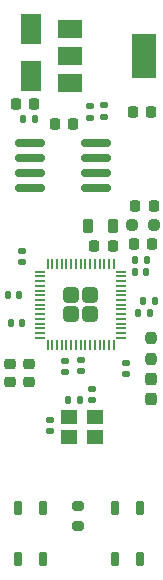
<source format=gbr>
%TF.GenerationSoftware,KiCad,Pcbnew,(6.0.11)*%
%TF.CreationDate,2024-08-10T21:43:47-05:00*%
%TF.ProjectId,PicoAlt,5069636f-416c-4742-9e6b-696361645f70,rev?*%
%TF.SameCoordinates,Original*%
%TF.FileFunction,Paste,Top*%
%TF.FilePolarity,Positive*%
%FSLAX46Y46*%
G04 Gerber Fmt 4.6, Leading zero omitted, Abs format (unit mm)*
G04 Created by KiCad (PCBNEW (6.0.11)) date 2024-08-10 21:43:47*
%MOMM*%
%LPD*%
G01*
G04 APERTURE LIST*
G04 Aperture macros list*
%AMRoundRect*
0 Rectangle with rounded corners*
0 $1 Rounding radius*
0 $2 $3 $4 $5 $6 $7 $8 $9 X,Y pos of 4 corners*
0 Add a 4 corners polygon primitive as box body*
4,1,4,$2,$3,$4,$5,$6,$7,$8,$9,$2,$3,0*
0 Add four circle primitives for the rounded corners*
1,1,$1+$1,$2,$3*
1,1,$1+$1,$4,$5*
1,1,$1+$1,$6,$7*
1,1,$1+$1,$8,$9*
0 Add four rect primitives between the rounded corners*
20,1,$1+$1,$2,$3,$4,$5,0*
20,1,$1+$1,$4,$5,$6,$7,0*
20,1,$1+$1,$6,$7,$8,$9,0*
20,1,$1+$1,$8,$9,$2,$3,0*%
G04 Aperture macros list end*
%ADD10R,1.400000X1.200000*%
%ADD11RoundRect,0.140000X0.140000X0.170000X-0.140000X0.170000X-0.140000X-0.170000X0.140000X-0.170000X0*%
%ADD12RoundRect,0.135000X-0.135000X-0.185000X0.135000X-0.185000X0.135000X0.185000X-0.135000X0.185000X0*%
%ADD13RoundRect,0.225000X0.225000X0.250000X-0.225000X0.250000X-0.225000X-0.250000X0.225000X-0.250000X0*%
%ADD14RoundRect,0.237500X0.237500X-0.250000X0.237500X0.250000X-0.237500X0.250000X-0.237500X-0.250000X0*%
%ADD15RoundRect,0.135000X-0.185000X0.135000X-0.185000X-0.135000X0.185000X-0.135000X0.185000X0.135000X0*%
%ADD16RoundRect,0.140000X-0.170000X0.140000X-0.170000X-0.140000X0.170000X-0.140000X0.170000X0.140000X0*%
%ADD17RoundRect,0.225000X-0.225000X-0.250000X0.225000X-0.250000X0.225000X0.250000X-0.225000X0.250000X0*%
%ADD18RoundRect,0.249999X-0.395001X-0.395001X0.395001X-0.395001X0.395001X0.395001X-0.395001X0.395001X0*%
%ADD19RoundRect,0.050000X-0.387500X-0.050000X0.387500X-0.050000X0.387500X0.050000X-0.387500X0.050000X0*%
%ADD20RoundRect,0.050000X-0.050000X-0.387500X0.050000X-0.387500X0.050000X0.387500X-0.050000X0.387500X0*%
%ADD21RoundRect,0.200000X-0.275000X0.200000X-0.275000X-0.200000X0.275000X-0.200000X0.275000X0.200000X0*%
%ADD22R,2.000000X1.500000*%
%ADD23R,2.000000X3.800000*%
%ADD24RoundRect,0.140000X-0.140000X-0.170000X0.140000X-0.170000X0.140000X0.170000X-0.140000X0.170000X0*%
%ADD25RoundRect,0.218750X0.218750X0.381250X-0.218750X0.381250X-0.218750X-0.381250X0.218750X-0.381250X0*%
%ADD26R,1.800000X2.500000*%
%ADD27RoundRect,0.237500X0.250000X0.237500X-0.250000X0.237500X-0.250000X-0.237500X0.250000X-0.237500X0*%
%ADD28RoundRect,0.135000X0.135000X0.185000X-0.135000X0.185000X-0.135000X-0.185000X0.135000X-0.185000X0*%
%ADD29RoundRect,0.162500X0.162500X-0.437500X0.162500X0.437500X-0.162500X0.437500X-0.162500X-0.437500X0*%
%ADD30RoundRect,0.237500X0.237500X-0.287500X0.237500X0.287500X-0.237500X0.287500X-0.237500X-0.287500X0*%
%ADD31RoundRect,0.150000X-1.125000X-0.150000X1.125000X-0.150000X1.125000X0.150000X-1.125000X0.150000X0*%
%ADD32RoundRect,0.135000X0.185000X-0.135000X0.185000X0.135000X-0.185000X0.135000X-0.185000X-0.135000X0*%
%ADD33RoundRect,0.140000X0.170000X-0.140000X0.170000X0.140000X-0.170000X0.140000X-0.170000X-0.140000X0*%
%ADD34RoundRect,0.225000X-0.250000X0.225000X-0.250000X-0.225000X0.250000X-0.225000X0.250000X0.225000X0*%
G04 APERTURE END LIST*
D10*
%TO.C,Y1*%
X147720000Y-116650000D03*
X149920000Y-116650000D03*
X149920000Y-114950000D03*
X147720000Y-114950000D03*
%TD*%
D11*
%TO.C,C13*%
X143710000Y-106980000D03*
X142750000Y-106980000D03*
%TD*%
D12*
%TO.C,R9*%
X143810000Y-89690000D03*
X144830000Y-89690000D03*
%TD*%
D13*
%TO.C,C12*%
X154635000Y-89130000D03*
X153085000Y-89130000D03*
%TD*%
D14*
%TO.C,R1*%
X154630000Y-110042500D03*
X154630000Y-108217500D03*
%TD*%
D15*
%TO.C,R3*%
X150610000Y-88560000D03*
X150610000Y-89580000D03*
%TD*%
D16*
%TO.C,C1*%
X152500000Y-110330000D03*
X152500000Y-111290000D03*
%TD*%
D17*
%TO.C,C10*%
X149845000Y-100420000D03*
X151395000Y-100420000D03*
%TD*%
D18*
%TO.C,U3*%
X147870000Y-106230000D03*
X149470000Y-106230000D03*
X149470000Y-104630000D03*
X147870000Y-104630000D03*
D19*
X145220000Y-102630000D03*
X145220000Y-103030000D03*
X145220000Y-103430000D03*
X145220000Y-103830000D03*
X145220000Y-104230000D03*
X145220000Y-104630000D03*
X145220000Y-105030000D03*
X145220000Y-105430000D03*
X145220000Y-105830000D03*
X145220000Y-106230000D03*
X145220000Y-106630000D03*
X145220000Y-107030000D03*
X145220000Y-107430000D03*
X145220000Y-107830000D03*
X145220000Y-108230000D03*
D20*
X145870000Y-108880000D03*
X146270000Y-108880000D03*
X146670000Y-108880000D03*
X147070000Y-108880000D03*
X147470000Y-108880000D03*
X147870000Y-108880000D03*
X148270000Y-108880000D03*
X148670000Y-108880000D03*
X149070000Y-108880000D03*
X149470000Y-108880000D03*
X149870000Y-108880000D03*
X150270000Y-108880000D03*
X150670000Y-108880000D03*
X151070000Y-108880000D03*
X151470000Y-108880000D03*
D19*
X152120000Y-108230000D03*
X152120000Y-107830000D03*
X152120000Y-107430000D03*
X152120000Y-107030000D03*
X152120000Y-106630000D03*
X152120000Y-106230000D03*
X152120000Y-105830000D03*
X152120000Y-105430000D03*
X152120000Y-105030000D03*
X152120000Y-104630000D03*
X152120000Y-104230000D03*
X152120000Y-103830000D03*
X152120000Y-103430000D03*
X152120000Y-103030000D03*
X152120000Y-102630000D03*
D20*
X151470000Y-101980000D03*
X151070000Y-101980000D03*
X150670000Y-101980000D03*
X150270000Y-101980000D03*
X149870000Y-101980000D03*
X149470000Y-101980000D03*
X149070000Y-101980000D03*
X148670000Y-101980000D03*
X148270000Y-101980000D03*
X147870000Y-101980000D03*
X147470000Y-101980000D03*
X147070000Y-101980000D03*
X146670000Y-101980000D03*
X146270000Y-101980000D03*
X145870000Y-101980000D03*
%TD*%
D21*
%TO.C,R6*%
X148450000Y-122490000D03*
X148450000Y-124140000D03*
%TD*%
D22*
%TO.C,U1*%
X147730000Y-82050000D03*
X147730000Y-84350000D03*
D23*
X154030000Y-84350000D03*
D22*
X147730000Y-86650000D03*
%TD*%
D13*
%TO.C,C4*%
X144755000Y-88400000D03*
X143205000Y-88400000D03*
%TD*%
D24*
%TO.C,C19*%
X153970000Y-105090000D03*
X154930000Y-105090000D03*
%TD*%
D25*
%TO.C,L1*%
X151402500Y-98730000D03*
X149277500Y-98730000D03*
%TD*%
D26*
%TO.C,D2*%
X144500000Y-86070000D03*
X144500000Y-82070000D03*
%TD*%
D27*
%TO.C,R7*%
X154842500Y-98660000D03*
X153017500Y-98660000D03*
%TD*%
D28*
%TO.C,R5*%
X148610000Y-113540000D03*
X147590000Y-113540000D03*
%TD*%
D29*
%TO.C,SW1*%
X151565000Y-126970000D03*
X151565000Y-122670000D03*
X153715000Y-122670000D03*
X153715000Y-126970000D03*
%TD*%
D30*
%TO.C,D1*%
X154630000Y-113435000D03*
X154630000Y-111685000D03*
%TD*%
D24*
%TO.C,C8*%
X153280000Y-102640000D03*
X154240000Y-102640000D03*
%TD*%
D17*
%TO.C,C14*%
X153149000Y-100330000D03*
X154699000Y-100330000D03*
%TD*%
D13*
%TO.C,C15*%
X148015000Y-90110000D03*
X146465000Y-90110000D03*
%TD*%
%TO.C,C18*%
X154845000Y-97070000D03*
X153295000Y-97070000D03*
%TD*%
D31*
%TO.C,U2*%
X144425000Y-91775000D03*
X144425000Y-93045000D03*
X144425000Y-94315000D03*
X144425000Y-95585000D03*
X149975000Y-95585000D03*
X149975000Y-94315000D03*
X149975000Y-93045000D03*
X149975000Y-91775000D03*
%TD*%
D32*
%TO.C,R4*%
X149450000Y-89590000D03*
X149450000Y-88570000D03*
%TD*%
D16*
%TO.C,C16*%
X146060000Y-115170000D03*
X146060000Y-116130000D03*
%TD*%
D33*
%TO.C,C2*%
X143700000Y-101810000D03*
X143700000Y-100850000D03*
%TD*%
D29*
%TO.C,SW2*%
X143375000Y-126960000D03*
X143375000Y-122660000D03*
X145525000Y-122660000D03*
X145525000Y-126960000D03*
%TD*%
D28*
%TO.C,R2*%
X154300000Y-101620000D03*
X153280000Y-101620000D03*
%TD*%
D11*
%TO.C,C3*%
X143460000Y-104580000D03*
X142500000Y-104580000D03*
%TD*%
D16*
%TO.C,C9*%
X147320000Y-110180000D03*
X147320000Y-111140000D03*
%TD*%
D34*
%TO.C,C5*%
X142650000Y-110425000D03*
X142650000Y-111975000D03*
%TD*%
D24*
%TO.C,C11*%
X153550000Y-106120000D03*
X154510000Y-106120000D03*
%TD*%
D16*
%TO.C,C17*%
X149630000Y-112580000D03*
X149630000Y-113540000D03*
%TD*%
D34*
%TO.C,C6*%
X144280000Y-110435000D03*
X144280000Y-111985000D03*
%TD*%
D16*
%TO.C,C7*%
X148700000Y-110080000D03*
X148700000Y-111040000D03*
%TD*%
M02*

</source>
